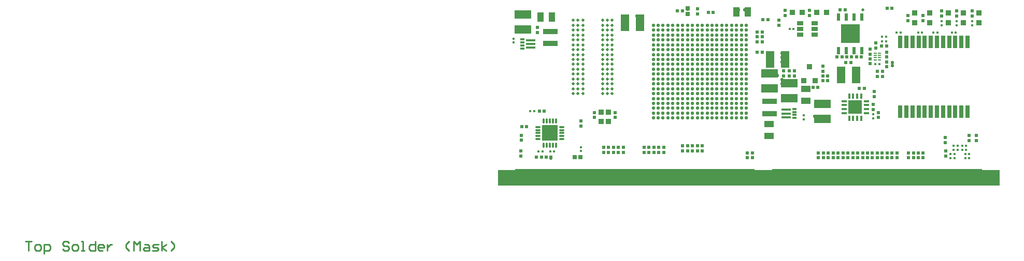
<source format=gbr>
G04 Layer_Color=8388736*
%FSLAX24Y24*%
%MOIN*%
%TF.FileFunction,Soldermask,Top*%
%TF.Part,Single*%
G01*
G75*
%TA.AperFunction,NonConductor*%
%ADD53C,0.0100*%
%ADD101R,3.2283X0.1024*%
%TA.AperFunction,SMDPad,CuDef*%
%ADD103R,0.0178X0.0178*%
%ADD107R,0.0273X0.1100*%
%ADD108R,0.0946X0.0375*%
%ADD112R,0.0245X0.0237*%
%ADD113R,0.0178X0.0178*%
%ADD115R,0.0335X0.0335*%
%ADD116R,0.1024X0.1024*%
%ADD117O,0.0394X0.0138*%
%ADD118O,0.0138X0.0394*%
%ADD119R,0.0237X0.0245*%
%ADD120R,0.0257X0.0257*%
%ADD121R,0.0257X0.0257*%
%ADD122R,0.0571X0.1064*%
%ADD123R,0.1064X0.0571*%
%ADD124R,0.0434X0.0611*%
%TA.AperFunction,ViaPad*%
%ADD126C,0.0210*%
%TA.AperFunction,TestPad*%
%ADD127C,0.0200*%
%TA.AperFunction,SMDPad,CuDef*%
%ADD129R,0.0249X0.0109*%
%TA.AperFunction,SMDPad,SMDef*%
%ADD130R,0.0591X0.0118*%
%TA.AperFunction,SMDPad,CuDef*%
%ADD131O,0.0291X0.0154*%
%ADD132R,0.0291X0.0154*%
%ADD133R,0.1221X0.1221*%
%ADD134R,0.0217X0.0453*%
%ADD135R,0.0394X0.0296*%
%TA.AperFunction,BGAPad,CuDef*%
%ADD136C,0.0197*%
%TA.AperFunction,SMDPad,CuDef*%
%ADD137R,0.0355X0.0355*%
%ADD138R,0.0288X0.0839*%
%ADD139O,0.0158X0.0375*%
%ADD140O,0.0375X0.0158*%
%ADD141R,0.0867X0.0867*%
%TA.AperFunction,BGAPad,CuDef*%
%ADD142C,0.0217*%
%TA.AperFunction,SMDPad,CuDef*%
%ADD143R,0.0355X0.0355*%
%ADD144R,0.0611X0.0434*%
D53*
X-30400Y-3600D02*
X-30000D01*
X-30200D01*
Y-4200D01*
X-29700D02*
X-29500D01*
X-29400Y-4100D01*
Y-3900D01*
X-29500Y-3800D01*
X-29700D01*
X-29800Y-3900D01*
Y-4100D01*
X-29700Y-4200D01*
X-29200Y-4400D02*
Y-3800D01*
X-28900D01*
X-28801Y-3900D01*
Y-4100D01*
X-28900Y-4200D01*
X-29200D01*
X-27601Y-3700D02*
X-27701Y-3600D01*
X-27901D01*
X-28001Y-3700D01*
Y-3800D01*
X-27901Y-3900D01*
X-27701D01*
X-27601Y-4000D01*
Y-4100D01*
X-27701Y-4200D01*
X-27901D01*
X-28001Y-4100D01*
X-27301Y-4200D02*
X-27101D01*
X-27001Y-4100D01*
Y-3900D01*
X-27101Y-3800D01*
X-27301D01*
X-27401Y-3900D01*
Y-4100D01*
X-27301Y-4200D01*
X-26801D02*
X-26601D01*
X-26701D01*
Y-3600D01*
X-26801D01*
X-25901D02*
Y-4200D01*
X-26201D01*
X-26301Y-4100D01*
Y-3900D01*
X-26201Y-3800D01*
X-25901D01*
X-25402Y-4200D02*
X-25602D01*
X-25702Y-4100D01*
Y-3900D01*
X-25602Y-3800D01*
X-25402D01*
X-25302Y-3900D01*
Y-4000D01*
X-25702D01*
X-25102Y-3800D02*
Y-4200D01*
Y-4000D01*
X-25002Y-3900D01*
X-24902Y-3800D01*
X-24802D01*
X-23702Y-4200D02*
X-23902Y-4000D01*
Y-3800D01*
X-23702Y-3600D01*
X-23402Y-4200D02*
Y-3600D01*
X-23202Y-3800D01*
X-23002Y-3600D01*
Y-4200D01*
X-22702Y-3800D02*
X-22503D01*
X-22403Y-3900D01*
Y-4200D01*
X-22702D01*
X-22802Y-4100D01*
X-22702Y-4000D01*
X-22403D01*
X-22203Y-4200D02*
X-21903D01*
X-21803Y-4100D01*
X-21903Y-4000D01*
X-22103D01*
X-22203Y-3900D01*
X-22103Y-3800D01*
X-21803D01*
X-21603Y-4200D02*
Y-3600D01*
Y-4000D02*
X-21303Y-3800D01*
X-21603Y-4000D02*
X-21303Y-4200D01*
X-21003D02*
X-20803Y-4000D01*
Y-3800D01*
X-21003Y-3600D01*
D101*
X16142Y512D02*
D03*
D103*
X24970Y9606D02*
D03*
X24715D02*
D03*
X30325Y2047D02*
D03*
X30069D02*
D03*
X30128Y2323D02*
D03*
X29872D02*
D03*
X29321D02*
D03*
X29577D02*
D03*
X29124Y2047D02*
D03*
X29380D02*
D03*
X30325Y1772D02*
D03*
X30069D02*
D03*
X30128Y2598D02*
D03*
X29872D02*
D03*
X29321D02*
D03*
X29577D02*
D03*
X29124Y1772D02*
D03*
X29380D02*
D03*
X18770Y10118D02*
D03*
X19026D02*
D03*
X24970Y9331D02*
D03*
X24715D02*
D03*
X24281Y7835D02*
D03*
X24537D02*
D03*
X25659Y9882D02*
D03*
X25915D02*
D03*
X27037Y9882D02*
D03*
X27293D02*
D03*
X28022Y9882D02*
D03*
X28278D02*
D03*
X29459D02*
D03*
X29203D02*
D03*
X2077Y4803D02*
D03*
X2333D02*
D03*
X2878Y2200D02*
D03*
X2622D02*
D03*
X3372Y2200D02*
D03*
X3628D02*
D03*
D107*
X1260Y551D02*
D03*
X1496D02*
D03*
X1732D02*
D03*
X1969D02*
D03*
X2205D02*
D03*
X2441D02*
D03*
X2677D02*
D03*
X2913D02*
D03*
X3150D02*
D03*
X3386D02*
D03*
X3622D02*
D03*
X3858D02*
D03*
X4094D02*
D03*
X4331D02*
D03*
X4567D02*
D03*
X4803D02*
D03*
X5039D02*
D03*
X5276D02*
D03*
X5512D02*
D03*
X5748D02*
D03*
X5984D02*
D03*
X6220D02*
D03*
X6457D02*
D03*
X6693D02*
D03*
X6929D02*
D03*
X7165D02*
D03*
X7402D02*
D03*
X7638D02*
D03*
X7874D02*
D03*
X8110D02*
D03*
X8346D02*
D03*
X8583D02*
D03*
X8819D02*
D03*
X9055D02*
D03*
X9291D02*
D03*
X9528D02*
D03*
X9764D02*
D03*
X10000D02*
D03*
X10236D02*
D03*
X10472D02*
D03*
X10709D02*
D03*
X10945D02*
D03*
X11181D02*
D03*
X11417D02*
D03*
X11654D02*
D03*
X11890D02*
D03*
X12126D02*
D03*
X12362D02*
D03*
X12598D02*
D03*
X12835D02*
D03*
X13071D02*
D03*
X13307D02*
D03*
X13543D02*
D03*
X13780D02*
D03*
X14016D02*
D03*
X14252D02*
D03*
X14488D02*
D03*
X14724D02*
D03*
X14961D02*
D03*
X15197D02*
D03*
X15433D02*
D03*
X15669D02*
D03*
X15906D02*
D03*
X16142D02*
D03*
X16378D02*
D03*
X17795Y551D02*
D03*
X18032D02*
D03*
X18268D02*
D03*
X18504D02*
D03*
X18740D02*
D03*
X18976D02*
D03*
X19213D02*
D03*
X19449D02*
D03*
X19685D02*
D03*
X19921D02*
D03*
X20157D02*
D03*
X20394D02*
D03*
X20630D02*
D03*
X20866D02*
D03*
X21102D02*
D03*
X21339D02*
D03*
X21575D02*
D03*
X21811D02*
D03*
X22047D02*
D03*
X22283D02*
D03*
X22520D02*
D03*
X22756D02*
D03*
X22992D02*
D03*
X23228D02*
D03*
X23465D02*
D03*
X23701D02*
D03*
X23937D02*
D03*
X24173D02*
D03*
X24409D02*
D03*
X24646D02*
D03*
X24882D02*
D03*
X25118D02*
D03*
X25354D02*
D03*
X25591D02*
D03*
X25827D02*
D03*
X26063D02*
D03*
X26299D02*
D03*
X26535D02*
D03*
X26772D02*
D03*
X27008D02*
D03*
X27244D02*
D03*
X27480D02*
D03*
X27717D02*
D03*
X27953D02*
D03*
X28189D02*
D03*
X28425D02*
D03*
X28661D02*
D03*
X28898D02*
D03*
X29134D02*
D03*
X29370D02*
D03*
X29606D02*
D03*
X29843D02*
D03*
X30079D02*
D03*
X30315D02*
D03*
X30551D02*
D03*
X30787D02*
D03*
X31024D02*
D03*
D108*
X3386Y9173D02*
D03*
Y9961D02*
D03*
X17480Y5433D02*
D03*
Y4646D02*
D03*
D112*
X18071Y10348D02*
D03*
Y10675D02*
D03*
X25000Y8628D02*
D03*
Y8301D02*
D03*
X23937Y8195D02*
D03*
Y7868D02*
D03*
Y8825D02*
D03*
Y8498D02*
D03*
X20039Y10978D02*
D03*
Y11305D02*
D03*
X18465D02*
D03*
Y10978D02*
D03*
X30787Y2907D02*
D03*
Y3234D02*
D03*
X30315D02*
D03*
Y2907D02*
D03*
X25354Y2132D02*
D03*
Y1805D02*
D03*
X25039Y2132D02*
D03*
Y1805D02*
D03*
X24724Y2132D02*
D03*
Y1805D02*
D03*
X24409Y2132D02*
D03*
Y1805D02*
D03*
X24094Y2132D02*
D03*
Y1805D02*
D03*
X23780Y2132D02*
D03*
Y1805D02*
D03*
X23465Y2132D02*
D03*
Y1805D02*
D03*
X23150Y2132D02*
D03*
Y1805D02*
D03*
X22835Y2132D02*
D03*
Y1805D02*
D03*
X22520Y2132D02*
D03*
Y1805D02*
D03*
X22205Y2132D02*
D03*
Y1805D02*
D03*
X21890Y2132D02*
D03*
Y1805D02*
D03*
X21575Y2132D02*
D03*
Y1805D02*
D03*
X21260Y2132D02*
D03*
Y1805D02*
D03*
X20945Y2132D02*
D03*
Y1805D02*
D03*
X20630Y2132D02*
D03*
Y1805D02*
D03*
X27362D02*
D03*
Y2132D02*
D03*
X27047D02*
D03*
Y1805D02*
D03*
X26732D02*
D03*
Y2132D02*
D03*
X26417Y1805D02*
D03*
Y2132D02*
D03*
X25669D02*
D03*
Y1805D02*
D03*
X16378Y2132D02*
D03*
Y1805D02*
D03*
X16063D02*
D03*
Y2132D02*
D03*
X10354Y2159D02*
D03*
Y2486D02*
D03*
X10039D02*
D03*
Y2159D02*
D03*
X9724D02*
D03*
Y2486D02*
D03*
X9409D02*
D03*
Y2159D02*
D03*
X8071D02*
D03*
Y2486D02*
D03*
X7756D02*
D03*
Y2159D02*
D03*
X7441D02*
D03*
Y2486D02*
D03*
X7126D02*
D03*
Y2159D02*
D03*
X6811D02*
D03*
Y2486D02*
D03*
X6220Y4730D02*
D03*
Y4404D02*
D03*
X7559D02*
D03*
Y4730D02*
D03*
X20906Y7722D02*
D03*
Y7396D02*
D03*
X24213Y6069D02*
D03*
Y5742D02*
D03*
X20906Y7093D02*
D03*
Y6766D02*
D03*
X29528Y11266D02*
D03*
Y10939D02*
D03*
X28543D02*
D03*
Y11266D02*
D03*
X30512D02*
D03*
Y10939D02*
D03*
X25000Y7671D02*
D03*
Y7998D02*
D03*
X5354Y3852D02*
D03*
Y4179D02*
D03*
X1500Y2937D02*
D03*
Y3263D02*
D03*
X1496Y2250D02*
D03*
Y1923D02*
D03*
X28780Y3116D02*
D03*
Y2789D02*
D03*
X24331Y9219D02*
D03*
Y8892D02*
D03*
X2559Y9876D02*
D03*
Y10203D02*
D03*
X24134Y4915D02*
D03*
Y5242D02*
D03*
X21220Y6766D02*
D03*
Y7093D02*
D03*
X19094Y7081D02*
D03*
Y7407D02*
D03*
X24488Y4730D02*
D03*
Y4404D02*
D03*
X12835Y11423D02*
D03*
Y11096D02*
D03*
X18386Y7407D02*
D03*
Y7081D02*
D03*
X18740D02*
D03*
Y7407D02*
D03*
X26378Y10663D02*
D03*
Y10990D02*
D03*
X27362D02*
D03*
Y10663D02*
D03*
X13150Y2571D02*
D03*
Y2244D02*
D03*
X12835D02*
D03*
Y2571D02*
D03*
X12520D02*
D03*
Y2244D02*
D03*
X12205D02*
D03*
Y2571D02*
D03*
X11890D02*
D03*
Y2244D02*
D03*
X10669Y2159D02*
D03*
Y2486D02*
D03*
X28819Y1923D02*
D03*
Y2250D02*
D03*
X24764Y7041D02*
D03*
Y7368D02*
D03*
X24409Y7041D02*
D03*
Y7368D02*
D03*
D113*
X28543Y10600D02*
D03*
Y10344D02*
D03*
X1024Y9242D02*
D03*
Y9498D02*
D03*
X19685Y4281D02*
D03*
Y4537D02*
D03*
X24134Y4616D02*
D03*
Y4360D02*
D03*
X30512Y10344D02*
D03*
Y10600D02*
D03*
X29528D02*
D03*
Y10344D02*
D03*
X5354Y2234D02*
D03*
Y2490D02*
D03*
D115*
X20039Y7695D02*
D03*
X20413Y6793D02*
D03*
X19665D02*
D03*
D116*
X3350Y3400D02*
D03*
D117*
X4118Y3006D02*
D03*
Y3203D02*
D03*
Y3400D02*
D03*
Y3597D02*
D03*
Y3794D02*
D03*
X2582D02*
D03*
Y3597D02*
D03*
Y3400D02*
D03*
Y3203D02*
D03*
Y3006D02*
D03*
D118*
X2956Y2632D02*
D03*
X3153D02*
D03*
X3350D02*
D03*
X3547D02*
D03*
X3744D02*
D03*
Y4168D02*
D03*
X3547D02*
D03*
X3350D02*
D03*
X3153D02*
D03*
X2956D02*
D03*
D119*
X17014Y8622D02*
D03*
X16687D02*
D03*
X11563Y11299D02*
D03*
X11890D02*
D03*
X22354Y11346D02*
D03*
X22028D02*
D03*
X23392Y8307D02*
D03*
X23065D02*
D03*
X22435D02*
D03*
X22762D02*
D03*
X13864Y11181D02*
D03*
X13537D02*
D03*
X16687Y9921D02*
D03*
X17014D02*
D03*
X16687Y9606D02*
D03*
X17014D02*
D03*
Y9291D02*
D03*
X16687D02*
D03*
X23262Y6299D02*
D03*
X23589D02*
D03*
X2998Y4803D02*
D03*
X2671D02*
D03*
X22132Y8307D02*
D03*
X21805D02*
D03*
X17041Y10709D02*
D03*
X17368D02*
D03*
X20596Y6339D02*
D03*
X20270D02*
D03*
X24679Y9016D02*
D03*
X25006D02*
D03*
X2474Y1850D02*
D03*
X2801D02*
D03*
X3431D02*
D03*
X3104D02*
D03*
X1863Y3800D02*
D03*
X1537D02*
D03*
X22722Y7953D02*
D03*
X22396D02*
D03*
X25360Y11457D02*
D03*
X25033D02*
D03*
D120*
X5315Y1850D02*
D03*
X4961D02*
D03*
D121*
X12205Y11437D02*
D03*
Y11083D02*
D03*
D122*
X22077Y7165D02*
D03*
X23041D02*
D03*
X9144Y10512D02*
D03*
X8179D02*
D03*
X17510Y8150D02*
D03*
X18474D02*
D03*
D123*
X1614Y11033D02*
D03*
Y10069D02*
D03*
X20866Y4321D02*
D03*
Y5285D02*
D03*
X17480Y6289D02*
D03*
Y7254D02*
D03*
X18740Y6624D02*
D03*
Y5659D02*
D03*
D124*
X3484Y10866D02*
D03*
X2736D02*
D03*
X16083Y11220D02*
D03*
X15335D02*
D03*
D126*
X3600Y3150D02*
D03*
Y3650D02*
D03*
X3100D02*
D03*
Y3150D02*
D03*
X3600Y3150D02*
D03*
Y3650D02*
D03*
X3100D02*
D03*
Y3150D02*
D03*
X31024Y394D02*
D03*
X30315D02*
D03*
X29134D02*
D03*
X28425D02*
D03*
X25118D02*
D03*
X23228D02*
D03*
X1260D02*
D03*
X1969D02*
D03*
X3150D02*
D03*
X3858D02*
D03*
X6457D02*
D03*
X9055D02*
D03*
X11654D02*
D03*
X15472Y11339D02*
D03*
X15866D02*
D03*
X22992Y5079D02*
D03*
X22756Y5315D02*
D03*
Y4843D02*
D03*
X23228D02*
D03*
Y5315D02*
D03*
X22283Y9370D02*
D03*
Y10197D02*
D03*
Y9803D02*
D03*
X22677D02*
D03*
X23071D02*
D03*
Y9370D02*
D03*
X22677D02*
D03*
X23071Y10197D02*
D03*
X22677D02*
D03*
X21220Y4488D02*
D03*
X20945D02*
D03*
X20669D02*
D03*
X20394D02*
D03*
X18543Y6575D02*
D03*
X17717Y7402D02*
D03*
X17992Y7126D02*
D03*
X17717D02*
D03*
X18268Y6850D02*
D03*
Y6575D02*
D03*
X17638Y8543D02*
D03*
X17913Y6457D02*
D03*
X18898Y5472D02*
D03*
Y5748D02*
D03*
X18622D02*
D03*
X18346Y5472D02*
D03*
X17520Y6299D02*
D03*
X23189Y6772D02*
D03*
X22913D02*
D03*
Y7520D02*
D03*
X23189D02*
D03*
Y7165D02*
D03*
X22913D02*
D03*
X22244Y7520D02*
D03*
X21969D02*
D03*
Y6772D02*
D03*
X22244Y7165D02*
D03*
X21969D02*
D03*
X22244Y6772D02*
D03*
X1220Y10079D02*
D03*
X1850Y10236D02*
D03*
X8937Y10945D02*
D03*
X9252D02*
D03*
X12205Y11378D02*
D03*
X21260Y5315D02*
D03*
X20433D02*
D03*
X20709D02*
D03*
X20984D02*
D03*
X23228Y945D02*
D03*
X25118D02*
D03*
X11654D02*
D03*
X9055D02*
D03*
X6457D02*
D03*
X3150D02*
D03*
X1969D02*
D03*
X1260D02*
D03*
X3425Y1772D02*
D03*
X3858Y945D02*
D03*
X3350Y3400D02*
D03*
X25394Y7953D02*
D03*
Y7756D02*
D03*
X31024Y945D02*
D03*
X30315D02*
D03*
X29134D02*
D03*
X28425D02*
D03*
X18268Y8543D02*
D03*
X18543D02*
D03*
X18268Y8268D02*
D03*
X18543D02*
D03*
Y7992D02*
D03*
X18268D02*
D03*
X18543Y7717D02*
D03*
D127*
X23465Y11339D02*
D03*
D129*
X24555Y8130D02*
D03*
Y8268D02*
D03*
Y8406D02*
D03*
Y8543D02*
D03*
X24291Y8130D02*
D03*
Y8268D02*
D03*
Y8406D02*
D03*
Y8543D02*
D03*
D130*
X18563Y4429D02*
D03*
Y4665D02*
D03*
Y4902D02*
D03*
X2106Y8917D02*
D03*
Y9154D02*
D03*
Y9390D02*
D03*
D131*
X19094Y4961D02*
D03*
Y4764D02*
D03*
Y4567D02*
D03*
X1575Y9252D02*
D03*
Y9055D02*
D03*
Y8858D02*
D03*
D132*
X19094Y4370D02*
D03*
X1575Y9449D02*
D03*
D133*
X22677Y9803D02*
D03*
D134*
X23427Y10874D02*
D03*
X22927D02*
D03*
X22427D02*
D03*
X21927D02*
D03*
X23427Y8732D02*
D03*
X22927D02*
D03*
X22427D02*
D03*
X21927D02*
D03*
D135*
X20394Y9744D02*
D03*
Y10118D02*
D03*
Y10492D02*
D03*
X19449D02*
D03*
Y10118D02*
D03*
Y9744D02*
D03*
D136*
X7362Y5945D02*
D03*
X7047D02*
D03*
X6732D02*
D03*
X5472D02*
D03*
X5157D02*
D03*
X4843D02*
D03*
X7362Y6260D02*
D03*
X7047D02*
D03*
X6732D02*
D03*
X5472D02*
D03*
X5157D02*
D03*
X4843D02*
D03*
X7362Y6575D02*
D03*
X7047D02*
D03*
X6732D02*
D03*
X5472D02*
D03*
X5157D02*
D03*
X4843D02*
D03*
X7362Y6890D02*
D03*
X7047D02*
D03*
X6732D02*
D03*
X5472D02*
D03*
X5157D02*
D03*
X4843D02*
D03*
X7362Y7205D02*
D03*
X7047D02*
D03*
X6732D02*
D03*
X5472D02*
D03*
X5157D02*
D03*
X4843D02*
D03*
X7362Y7520D02*
D03*
X7047D02*
D03*
X6732D02*
D03*
X5472D02*
D03*
X5157D02*
D03*
X4843D02*
D03*
X7362Y7835D02*
D03*
X7047D02*
D03*
X6732D02*
D03*
X5472D02*
D03*
X5157D02*
D03*
X4843D02*
D03*
X7362Y8150D02*
D03*
X7047D02*
D03*
X6732D02*
D03*
X5472D02*
D03*
X5157D02*
D03*
X4843D02*
D03*
X7362Y8465D02*
D03*
X7047D02*
D03*
X6732D02*
D03*
X5472D02*
D03*
X5157D02*
D03*
X4843D02*
D03*
X7362Y8780D02*
D03*
X7047D02*
D03*
X6732D02*
D03*
X5472D02*
D03*
X5157D02*
D03*
X4843D02*
D03*
X7362Y9094D02*
D03*
X7047D02*
D03*
X6732D02*
D03*
X5472D02*
D03*
X5157D02*
D03*
X4843D02*
D03*
X7362Y9409D02*
D03*
X7047D02*
D03*
X6732D02*
D03*
X5472D02*
D03*
X5157D02*
D03*
X4843D02*
D03*
X7362Y9724D02*
D03*
X7047D02*
D03*
X6732D02*
D03*
X5472D02*
D03*
X5157D02*
D03*
X4843D02*
D03*
X7362Y10039D02*
D03*
X7047D02*
D03*
X6732D02*
D03*
X5472D02*
D03*
X5157D02*
D03*
X4843D02*
D03*
X7362Y10354D02*
D03*
X7047D02*
D03*
X6732D02*
D03*
X5472D02*
D03*
X5157D02*
D03*
X4843D02*
D03*
X7362Y10669D02*
D03*
X7047D02*
D03*
X6732D02*
D03*
X5472D02*
D03*
X5157D02*
D03*
X4843D02*
D03*
D137*
X27795Y11142D02*
D03*
Y10512D02*
D03*
X6654Y4134D02*
D03*
Y4764D02*
D03*
X7126D02*
D03*
Y4134D02*
D03*
X29961Y11142D02*
D03*
Y10512D02*
D03*
X28976D02*
D03*
Y11142D02*
D03*
X30945D02*
D03*
Y10512D02*
D03*
X26811D02*
D03*
Y11142D02*
D03*
D138*
X25886Y4797D02*
D03*
X26280D02*
D03*
X26673D02*
D03*
X27067D02*
D03*
X27461D02*
D03*
X27854D02*
D03*
X28248D02*
D03*
X28642D02*
D03*
X29035D02*
D03*
X29429D02*
D03*
X29823D02*
D03*
X30217D02*
D03*
X25886Y9297D02*
D03*
X26280D02*
D03*
X26673D02*
D03*
X27067D02*
D03*
X27461D02*
D03*
X27854D02*
D03*
X28248D02*
D03*
X28642D02*
D03*
X29035D02*
D03*
X29429D02*
D03*
X29823D02*
D03*
X30217D02*
D03*
D139*
X22608Y4360D02*
D03*
X22864D02*
D03*
X23120D02*
D03*
X23376D02*
D03*
Y5797D02*
D03*
X23120D02*
D03*
X22864D02*
D03*
X22608D02*
D03*
D140*
X23711Y4695D02*
D03*
Y4951D02*
D03*
Y5207D02*
D03*
Y5463D02*
D03*
X22274D02*
D03*
Y5207D02*
D03*
Y4951D02*
D03*
Y4695D02*
D03*
D141*
X22992Y5079D02*
D03*
D142*
X10000Y10354D02*
D03*
X10315D02*
D03*
X10630D02*
D03*
X10945D02*
D03*
X11260D02*
D03*
X11575D02*
D03*
X11890D02*
D03*
X12205D02*
D03*
X12520D02*
D03*
X12835D02*
D03*
X13150D02*
D03*
X13465D02*
D03*
X13780D02*
D03*
X14094D02*
D03*
X14409D02*
D03*
X14724D02*
D03*
X15039D02*
D03*
X15354D02*
D03*
X15669D02*
D03*
X15984D02*
D03*
X10000Y10039D02*
D03*
X10315D02*
D03*
X10630D02*
D03*
X10945D02*
D03*
X11260D02*
D03*
X11575D02*
D03*
X11890D02*
D03*
X12205D02*
D03*
X12520D02*
D03*
X12835D02*
D03*
X13150D02*
D03*
X13465D02*
D03*
X13780D02*
D03*
X14094D02*
D03*
X14409D02*
D03*
X14724D02*
D03*
X15039D02*
D03*
X15354D02*
D03*
X15669D02*
D03*
X15984D02*
D03*
X10000Y9724D02*
D03*
X10315D02*
D03*
X10630D02*
D03*
X10945D02*
D03*
X11260D02*
D03*
X11575D02*
D03*
X11890D02*
D03*
X12205D02*
D03*
X12520D02*
D03*
X12835D02*
D03*
X13150D02*
D03*
X13465D02*
D03*
X13780D02*
D03*
X14094D02*
D03*
X14409D02*
D03*
X14724D02*
D03*
X15039D02*
D03*
X15354D02*
D03*
X15669D02*
D03*
X15984D02*
D03*
X10000Y9409D02*
D03*
X10315D02*
D03*
X10630D02*
D03*
X10945D02*
D03*
X11260D02*
D03*
X11575D02*
D03*
X11890D02*
D03*
X12205D02*
D03*
X12520D02*
D03*
X12835D02*
D03*
X13150D02*
D03*
X13465D02*
D03*
X13780D02*
D03*
X14094D02*
D03*
X14409D02*
D03*
X14724D02*
D03*
X15039D02*
D03*
X15354D02*
D03*
X15669D02*
D03*
X15984D02*
D03*
X10000Y9094D02*
D03*
X10315D02*
D03*
X10630D02*
D03*
X10945D02*
D03*
X11260D02*
D03*
X11575D02*
D03*
X11890D02*
D03*
X12205D02*
D03*
X12520D02*
D03*
X12835D02*
D03*
X13150D02*
D03*
X13465D02*
D03*
X13780D02*
D03*
X14094D02*
D03*
X14409D02*
D03*
X14724D02*
D03*
X15039D02*
D03*
X15354D02*
D03*
X15669D02*
D03*
X15984D02*
D03*
X10000Y8780D02*
D03*
X10315D02*
D03*
X10630D02*
D03*
X10945D02*
D03*
X11260D02*
D03*
X11575D02*
D03*
X11890D02*
D03*
X12205D02*
D03*
X12520D02*
D03*
X12835D02*
D03*
X13150D02*
D03*
X13465D02*
D03*
X13780D02*
D03*
X14094D02*
D03*
X14409D02*
D03*
X14724D02*
D03*
X15039D02*
D03*
X15354D02*
D03*
X15669D02*
D03*
X15984D02*
D03*
X10000Y8465D02*
D03*
X10315D02*
D03*
X10630D02*
D03*
X10945D02*
D03*
X11260D02*
D03*
X11575D02*
D03*
X11890D02*
D03*
X12205D02*
D03*
X12520D02*
D03*
X12835D02*
D03*
X13150D02*
D03*
X13465D02*
D03*
X13780D02*
D03*
X14094D02*
D03*
X14409D02*
D03*
X14724D02*
D03*
X15039D02*
D03*
X15354D02*
D03*
X15669D02*
D03*
X15984D02*
D03*
X10000Y8150D02*
D03*
X10315D02*
D03*
X10630D02*
D03*
X10945D02*
D03*
X11260D02*
D03*
X11575D02*
D03*
X11890D02*
D03*
X12205D02*
D03*
X12520D02*
D03*
X12835D02*
D03*
X13150D02*
D03*
X13465D02*
D03*
X13780D02*
D03*
X14094D02*
D03*
X14409D02*
D03*
X14724D02*
D03*
X15039D02*
D03*
X15354D02*
D03*
X15669D02*
D03*
X15984D02*
D03*
X10000Y7835D02*
D03*
X10315D02*
D03*
X10630D02*
D03*
X10945D02*
D03*
X11260D02*
D03*
X11575D02*
D03*
X11890D02*
D03*
X12205D02*
D03*
X12520D02*
D03*
X12835D02*
D03*
X13150D02*
D03*
X13465D02*
D03*
X13780D02*
D03*
X14094D02*
D03*
X14409D02*
D03*
X14724D02*
D03*
X15039D02*
D03*
X15354D02*
D03*
X15669D02*
D03*
X15984D02*
D03*
X10000Y7520D02*
D03*
X10315D02*
D03*
X10630D02*
D03*
X10945D02*
D03*
X11260D02*
D03*
X11575D02*
D03*
X11890D02*
D03*
X12205D02*
D03*
X12520D02*
D03*
X12835D02*
D03*
X13150D02*
D03*
X13465D02*
D03*
X13780D02*
D03*
X14094D02*
D03*
X14409D02*
D03*
X14724D02*
D03*
X15039D02*
D03*
X15354D02*
D03*
X15669D02*
D03*
X15984D02*
D03*
X10000Y7205D02*
D03*
X10315D02*
D03*
X10630D02*
D03*
X10945D02*
D03*
X11260D02*
D03*
X11575D02*
D03*
X11890D02*
D03*
X12205D02*
D03*
X12520D02*
D03*
X12835D02*
D03*
X13150D02*
D03*
X13465D02*
D03*
X13780D02*
D03*
X14094D02*
D03*
X14409D02*
D03*
X14724D02*
D03*
X15039D02*
D03*
X15354D02*
D03*
X15669D02*
D03*
X15984D02*
D03*
X10000Y6890D02*
D03*
X10315D02*
D03*
X10630D02*
D03*
X10945D02*
D03*
X11260D02*
D03*
X11575D02*
D03*
X11890D02*
D03*
X12205D02*
D03*
X12520D02*
D03*
X12835D02*
D03*
X13150D02*
D03*
X13465D02*
D03*
X13780D02*
D03*
X14094D02*
D03*
X14409D02*
D03*
X14724D02*
D03*
X15039D02*
D03*
X15354D02*
D03*
X15669D02*
D03*
X15984D02*
D03*
X10000Y6575D02*
D03*
X10315D02*
D03*
X10630D02*
D03*
X10945D02*
D03*
X11260D02*
D03*
X11575D02*
D03*
X11890D02*
D03*
X12205D02*
D03*
X12520D02*
D03*
X12835D02*
D03*
X13150D02*
D03*
X13465D02*
D03*
X13780D02*
D03*
X14094D02*
D03*
X14409D02*
D03*
X14724D02*
D03*
X15039D02*
D03*
X15354D02*
D03*
X15669D02*
D03*
X15984D02*
D03*
X10000Y6260D02*
D03*
X10315D02*
D03*
X10630D02*
D03*
X10945D02*
D03*
X11260D02*
D03*
X11575D02*
D03*
X11890D02*
D03*
X12205D02*
D03*
X12520D02*
D03*
X12835D02*
D03*
X13150D02*
D03*
X13465D02*
D03*
X13780D02*
D03*
X14094D02*
D03*
X14409D02*
D03*
X14724D02*
D03*
X15039D02*
D03*
X15354D02*
D03*
X15669D02*
D03*
X15984D02*
D03*
X10000Y5945D02*
D03*
X10315D02*
D03*
X10630D02*
D03*
X10945D02*
D03*
X11260D02*
D03*
X11575D02*
D03*
X11890D02*
D03*
X12205D02*
D03*
X12520D02*
D03*
X12835D02*
D03*
X13150D02*
D03*
X13465D02*
D03*
X13780D02*
D03*
X14094D02*
D03*
X14409D02*
D03*
X14724D02*
D03*
X15039D02*
D03*
X15354D02*
D03*
X15669D02*
D03*
X15984D02*
D03*
X10000Y5630D02*
D03*
X10315D02*
D03*
X10630D02*
D03*
X10945D02*
D03*
X11260D02*
D03*
X11575D02*
D03*
X11890D02*
D03*
X12205D02*
D03*
X12520D02*
D03*
X12835D02*
D03*
X13150D02*
D03*
X13465D02*
D03*
X13780D02*
D03*
X14094D02*
D03*
X14409D02*
D03*
X14724D02*
D03*
X15039D02*
D03*
X15354D02*
D03*
X15669D02*
D03*
X15984D02*
D03*
X10000Y5315D02*
D03*
X10315D02*
D03*
X10630D02*
D03*
X10945D02*
D03*
X11260D02*
D03*
X11575D02*
D03*
X11890D02*
D03*
X12205D02*
D03*
X12520D02*
D03*
X12835D02*
D03*
X13150D02*
D03*
X13465D02*
D03*
X13780D02*
D03*
X14094D02*
D03*
X14409D02*
D03*
X14724D02*
D03*
X15039D02*
D03*
X15354D02*
D03*
X15669D02*
D03*
X15984D02*
D03*
X10000Y5000D02*
D03*
X10315D02*
D03*
X10630D02*
D03*
X10945D02*
D03*
X11260D02*
D03*
X11575D02*
D03*
X11890D02*
D03*
X12205D02*
D03*
X12520D02*
D03*
X12835D02*
D03*
X13150D02*
D03*
X13465D02*
D03*
X13780D02*
D03*
X14094D02*
D03*
X14409D02*
D03*
X14724D02*
D03*
X15039D02*
D03*
X15354D02*
D03*
X15669D02*
D03*
X15984D02*
D03*
X10000Y4685D02*
D03*
X10315D02*
D03*
X10630D02*
D03*
X10945D02*
D03*
X11260D02*
D03*
X11575D02*
D03*
X11890D02*
D03*
X12205D02*
D03*
X12520D02*
D03*
X12835D02*
D03*
X13150D02*
D03*
X13465D02*
D03*
X13780D02*
D03*
X14094D02*
D03*
X14409D02*
D03*
X14724D02*
D03*
X15039D02*
D03*
X15354D02*
D03*
X15669D02*
D03*
X15984D02*
D03*
X10000Y4370D02*
D03*
X10315D02*
D03*
X10630D02*
D03*
X10945D02*
D03*
X11260D02*
D03*
X11575D02*
D03*
X11890D02*
D03*
X12205D02*
D03*
X12520D02*
D03*
X12835D02*
D03*
X13150D02*
D03*
X13465D02*
D03*
X13780D02*
D03*
X14094D02*
D03*
X14409D02*
D03*
X14724D02*
D03*
X15039D02*
D03*
X15354D02*
D03*
X15669D02*
D03*
X15984D02*
D03*
D143*
X21142Y11181D02*
D03*
X20512D02*
D03*
X18937D02*
D03*
X19567D02*
D03*
D144*
X17441Y3976D02*
D03*
Y3228D02*
D03*
X19803Y6240D02*
D03*
Y5492D02*
D03*
%TF.MD5,0ba2cfe53c1418bd505c7e6b9e9bf775*%
M02*

</source>
